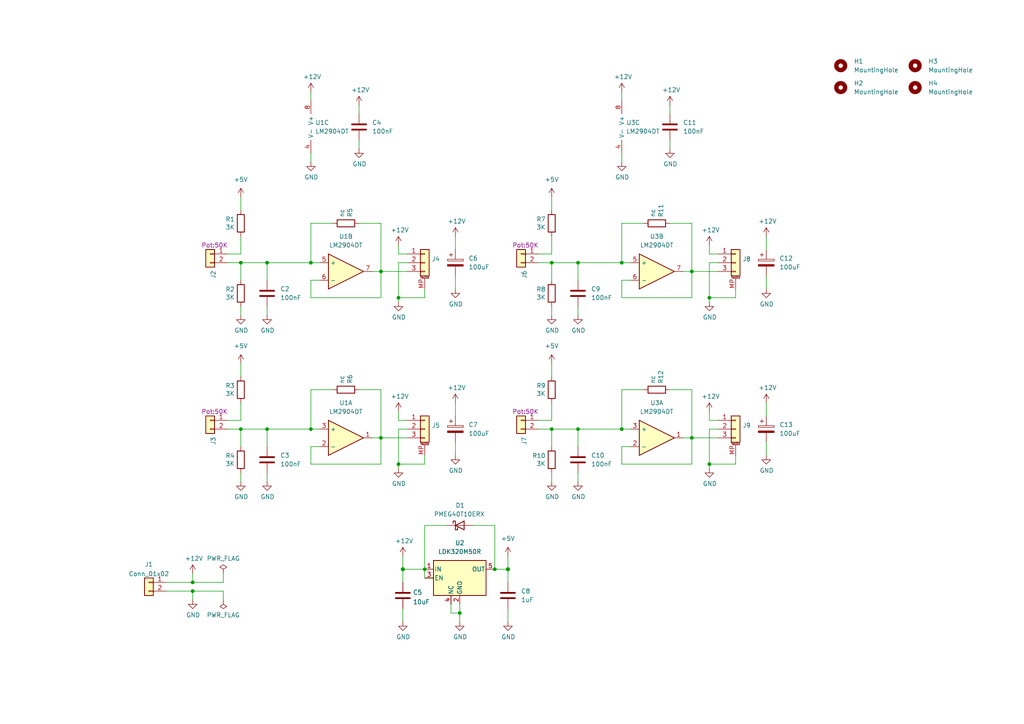
<source format=kicad_sch>
(kicad_sch (version 20211123) (generator eeschema)
  (paper "A4")
  (title_block (title "Mini Light Control") (date "2022-01-04") (rev "V1.0") (company "Antoine163"))
  (lib_symbols
    (symbol "AM163:LDK320M50R" (pin_names (offset 0.254))
      (property "Reference" "U" (at -3.81 5.715 0))
      (property "Value" "LDK320M50R" (at 0 5.715 0))
      (symbol "LDK320M50R_0_1"
        (rectangle (start -7.62 5.08) (end 7.62 -5.08) (stroke (width 0.254)) (fill (type background)))
      )
      (symbol "LDK320M50R_1_1"
        (pin power_in line (at -10.16 2.54 0) (length 2.54) (name "IN") (number "1"))
        (pin power_in line (at 0 -7.62 90) (length 2.54) (name "GND") (number "2"))
        (pin input line (at -10.16 0 0) (length 2.54) (name "EN") (number "3"))
        (pin free line (at -2.54 -7.62 90) (length 2.54) (name "NC") (number "4"))
        (pin power_out line (at 10.16 2.54 180) (length 2.54) (name "OUT") (number "5"))
      )
    )
    (symbol "Connector_Generic:Conn_01x02" (pin_names (offset 1.016) hide)
      (property "Reference" "J" (at 0 2.54 0))
      (property "Value" "Conn_01x02" (at 0 -5.08 0))
      (symbol "Conn_01x02_1_1"
        (rectangle (start -1.27 -2.413) (end 0 -2.667) (stroke (width 0.1524)))
        (rectangle (start -1.27 0.127) (end 0 -0.127) (stroke (width 0.1524)))
        (rectangle (start -1.27 1.27) (end 1.27 -3.81) (stroke (width 0.254)) (fill (type background)))
        (pin passive line (at -5.08 0 0) (length 3.81) (name "Pin_1") (number "1"))
        (pin passive line (at -5.08 -2.54 0) (length 3.81) (name "Pin_2") (number "2"))
      )
    )
    (symbol "Connector_Generic_MountingPin:Conn_01x03_MountingPin" (pin_names (offset 1.016) hide)
      (property "Reference" "J" (at 0 5.08 0))
      (property "Value" "Conn_01x03_MountingPin" (at 1.27 -5.08 0))
      (symbol "Conn_01x03_MountingPin_1_1"
        (rectangle (start -1.27 -2.413) (end 0 -2.667) (stroke (width 0.1524)))
        (rectangle (start -1.27 0.127) (end 0 -0.127) (stroke (width 0.1524)))
        (rectangle (start -1.27 2.667) (end 0 2.413) (stroke (width 0.1524)))
        (rectangle (start -1.27 3.81) (end 1.27 -3.81) (stroke (width 0.254)) (fill (type background)))
        (polyline (pts (xy -1.016 -4.572) (xy 1.016 -4.572)) (stroke (width 0.1524)))
        (text "Mounting" (at 0 -4.191 0) (effects (font (size 0.381 0.381))))
        (pin passive line (at -5.08 2.54 0) (length 3.81) (name "Pin_1") (number "1"))
        (pin passive line (at -5.08 0 0) (length 3.81) (name "Pin_2") (number "2"))
        (pin passive line (at -5.08 -2.54 0) (length 3.81) (name "Pin_3") (number "3"))
        (pin passive line (at 0 -7.62 90) (length 3.048) (name "MountPin") (number "MP"))
      )
    )
    (symbol "Device:C" (pin_numbers hide) (pin_names (offset 0.254))
      (property "Reference" "C" (at 0.635 2.54 0))
      (property "Value" "C" (at 0.635 -2.54 0))
      (symbol "C_0_1"
        (polyline (pts (xy -2.032 -0.762) (xy 2.032 -0.762)) (stroke (width 0.508)))
        (polyline (pts (xy -2.032 0.762) (xy 2.032 0.762)) (stroke (width 0.508)))
      )
      (symbol "C_1_1"
        (pin passive line (at 0 3.81 270) (length 2.794) (name "~") (number "1"))
        (pin passive line (at 0 -3.81 90) (length 2.794) (name "~") (number "2"))
      )
    )
    (symbol "Device:C_Polarized" (pin_numbers hide) (pin_names (offset 0.254))
      (property "Reference" "C" (at 0.635 2.54 0))
      (property "Value" "C_Polarized" (at 0.635 -2.54 0))
      (symbol "C_Polarized_0_1"
        (rectangle (start -2.286 0.508) (end 2.286 1.016))
        (polyline (pts (xy -1.778 2.286) (xy -0.762 2.286)))
        (polyline (pts (xy -1.27 2.794) (xy -1.27 1.778)))
        (rectangle (start 2.286 -0.508) (end -2.286 -1.016) (fill (type outline)))
      )
      (symbol "C_Polarized_1_1"
        (pin passive line (at 0 3.81 270) (length 2.794) (name "~") (number "1"))
        (pin passive line (at 0 -3.81 90) (length 2.794) (name "~") (number "2"))
      )
    )
    (symbol "Device:D_Schottky" (pin_numbers hide) (pin_names (offset 1.016) hide)
      (property "Reference" "D" (at 0 2.54 0))
      (property "Value" "D_Schottky" (at 0 -2.54 0))
      (symbol "D_Schottky_0_1"
        (polyline (pts (xy 1.27 0) (xy -1.27 0)))
        (polyline (pts (xy 1.27 1.27) (xy 1.27 -1.27) (xy -1.27 0) (xy 1.27 1.27)) (stroke (width 0.254)))
        (polyline (pts (xy -1.905 0.635) (xy -1.905 1.27) (xy -1.27 1.27) (xy -1.27 -1.27) (xy -0.635 -1.27) (xy -0.635 -0.635)) (stroke (width 0.254)))
      )
      (symbol "D_Schottky_1_1"
        (pin passive line (at -3.81 0 0) (length 2.54) (name "K") (number "1"))
        (pin passive line (at 3.81 0 180) (length 2.54) (name "A") (number "2"))
      )
    )
    (symbol "Device:Opamp_Dual"
      (property "Reference" "U" (at 0 5.08 0))
      (property "Value" "Opamp_Dual" (at 0 -5.08 0))
      (symbol "Opamp_Dual_1_1"
        (polyline (pts (xy -5.08 5.08) (xy 5.08 0) (xy -5.08 -5.08) (xy -5.08 5.08)) (stroke (width 0.254)) (fill (type background)))
        (pin output line (at 7.62 0 180) (length 2.54) (name "~") (number "1"))
        (pin input line (at -7.62 -2.54 0) (length 2.54) (name "-") (number "2"))
        (pin input line (at -7.62 2.54 0) (length 2.54) (name "+") (number "3"))
      )
      (symbol "Opamp_Dual_2_1"
        (polyline (pts (xy -5.08 5.08) (xy 5.08 0) (xy -5.08 -5.08) (xy -5.08 5.08)) (stroke (width 0.254)) (fill (type background)))
        (pin input line (at -7.62 2.54 0) (length 2.54) (name "+") (number "5"))
        (pin input line (at -7.62 -2.54 0) (length 2.54) (name "-") (number "6"))
        (pin output line (at 7.62 0 180) (length 2.54) (name "~") (number "7"))
      )
      (symbol "Opamp_Dual_3_1"
        (pin power_in line (at -2.54 -7.62 90) (length 3.81) (name "V-") (number "4"))
        (pin power_in line (at -2.54 7.62 270) (length 3.81) (name "V+") (number "8"))
      )
    )
    (symbol "Device:R" (pin_numbers hide) (pin_names (offset 0))
      (property "Reference" "R" (at 2.032 0 90))
      (property "Value" "R" (at 0 0 90))
      (symbol "R_0_1"
        (rectangle (start -1.016 -2.54) (end 1.016 2.54) (stroke (width 0.254)))
      )
      (symbol "R_1_1"
        (pin passive line (at 0 3.81 270) (length 1.27) (name "~") (number "1"))
        (pin passive line (at 0 -3.81 90) (length 1.27) (name "~") (number "2"))
      )
    )
    (symbol "Mechanical:MountingHole" (pin_names (offset 1.016))
      (property "Reference" "H" (at 0 5.08 0))
      (property "Value" "MountingHole" (at 0 3.175 0))
      (symbol "MountingHole_0_1"
        (circle (center 0 0) (radius 1.27) (stroke (width 1.27)))
      )
    )
    (symbol "power:+12V" (power) (pin_names (offset 0))
      (property "Value" "+12V" (at 0 3.556 0))
      (symbol "+12V_0_1"
        (polyline (pts (xy -0.762 1.27) (xy 0 2.54)))
        (polyline (pts (xy 0 0) (xy 0 2.54)))
        (polyline (pts (xy 0 2.54) (xy 0.762 1.27)))
      )
      (symbol "+12V_1_1"
        (pin power_in line (at 0 0 90) (length 0) hide (name "+12V") (number "1"))
      )
    )
    (symbol "power:+5V" (power) (pin_names (offset 0))
      (property "Value" "+5V" (at 0 3.556 0))
      (symbol "+5V_0_1"
        (polyline (pts (xy -0.762 1.27) (xy 0 2.54)))
        (polyline (pts (xy 0 0) (xy 0 2.54)))
        (polyline (pts (xy 0 2.54) (xy 0.762 1.27)))
      )
      (symbol "+5V_1_1"
        (pin power_in line (at 0 0 90) (length 0) hide (name "+5V") (number "1"))
      )
    )
    (symbol "power:GND" (power) (pin_names (offset 0))
      (property "Value" "GND" (at 0 -3.81 0))
      (symbol "GND_0_1"
        (polyline (pts (xy 0 0) (xy 0 -1.27) (xy 1.27 -1.27) (xy 0 -2.54) (xy -1.27 -1.27) (xy 0 -1.27)))
      )
      (symbol "GND_1_1"
        (pin power_in line (at 0 0 270) (length 0) hide (name "GND") (number "1"))
      )
    )
    (symbol "power:PWR_FLAG" (power) (pin_numbers hide) (pin_names (offset 0) hide)
      (property "Value" "PWR_FLAG" (at 0 3.81 0))
      (symbol "PWR_FLAG_0_0"
        (pin power_out line (at 0 0 90) (length 0) (name "pwr") (number "1"))
      )
      (symbol "PWR_FLAG_0_1"
        (polyline (pts (xy 0 0) (xy 0 1.27) (xy -1.016 1.905) (xy 0 2.54) (xy 1.016 1.905) (xy 0 1.27)))
      )
    )
  )
  (junction (at 77.47 76.2))
  (junction (at 55.88 171.45))
  (junction (at 205.74 134.62))
  (junction (at 160.02 124.46))
  (junction (at 180.34 76.2))
  (junction (at 90.17 76.2))
  (junction (at 115.57 134.62))
  (junction (at 180.34 124.46))
  (junction (at 69.85 76.2))
  (junction (at 167.64 76.2))
  (junction (at 110.49 78.74))
  (junction (at 133.35 177.8))
  (junction (at 123.19 165.1))
  (junction (at 160.02 76.2))
  (junction (at 143.51 165.1))
  (junction (at 147.32 165.1) (diameter 1.016))
  (junction (at 205.74 86.36))
  (junction (at 90.17 124.46))
  (junction (at 200.66 127))
  (junction (at 115.57 86.36))
  (junction (at 77.47 124.46))
  (junction (at 110.49 127))
  (junction (at 200.66 78.74))
  (junction (at 167.64 124.46))
  (junction (at 69.85 124.46))
  (junction (at 116.84 165.1) (diameter 1.016))
  (junction (at 55.88 168.91))
  (wire (pts (xy 110.49 78.74) (xy 118.11 78.74)))
  (wire (pts (xy 90.17 134.62) (xy 110.49 134.62)))
  (wire (pts (xy 118.11 124.46) (xy 115.57 124.46)))
  (wire (pts (xy 115.57 124.46) (xy 115.57 134.62)))
  (wire (pts (xy 115.57 134.62) (xy 115.57 135.89)))
  (wire (pts (xy 110.49 127) (xy 118.11 127)))
  (wire (pts (xy 180.34 86.36) (xy 200.66 86.36)))
  (wire (pts (xy 167.64 124.46) (xy 180.34 124.46)))
  (wire (pts (xy 180.34 76.2) (xy 182.88 76.2)))
  (wire (pts (xy 182.88 129.54) (xy 180.34 129.54)))
  (wire (pts (xy 208.28 124.46) (xy 205.74 124.46)))
  (wire (pts (xy 205.74 124.46) (xy 205.74 134.62)))
  (wire (pts (xy 205.74 134.62) (xy 205.74 135.89)))
  (wire (pts (xy 90.17 26.67) (xy 90.17 29.21)))
  (wire (pts (xy 66.04 76.2) (xy 69.85 76.2)))
  (wire (pts (xy 194.31 113.03) (xy 200.66 113.03)))
  (wire (pts (xy 180.34 134.62) (xy 200.66 134.62)))
  (wire (pts (xy 130.81 175.26) (xy 130.81 177.8)))
  (wire (pts (xy 130.81 177.8) (xy 133.35 177.8)))
  (wire (pts (xy 133.35 177.8) (xy 133.35 180.34)))
  (wire (pts (xy 160.02 73.66) (xy 156.21 73.66)))
  (wire (pts (xy 160.02 76.2) (xy 160.02 81.28)))
  (wire (pts (xy 92.71 129.54) (xy 90.17 129.54)))
  (wire (pts (xy 69.85 121.92) (xy 66.04 121.92)))
  (wire (pts (xy 48.26 171.45) (xy 55.88 171.45)))
  (wire (pts (xy 213.36 83.82) (xy 213.36 86.36)))
  (wire (pts (xy 213.36 86.36) (xy 205.74 86.36)))
  (wire (pts (xy 64.77 171.45) (xy 55.88 171.45)))
  (wire (pts (xy 64.77 173.99) (xy 64.77 171.45)))
  (wire (pts (xy 69.85 124.46) (xy 69.85 129.54)))
  (wire (pts (xy 180.34 129.54) (xy 180.34 134.62)))
  (wire (pts (xy 55.88 166.37) (xy 55.88 168.91)))
  (wire (pts (xy 96.52 113.03) (xy 90.17 113.03)))
  (wire (pts (xy 132.08 80.01) (xy 132.08 83.82)))
  (wire (pts (xy 133.35 175.26) (xy 133.35 177.8)))
  (wire (pts (xy 160.02 139.7) (xy 160.02 137.16)))
  (wire (pts (xy 123.19 167.64) (xy 123.19 165.1)))
  (wire (pts (xy 125.73 167.64) (xy 123.19 167.64)))
  (wire (pts (xy 90.17 81.28) (xy 90.17 86.36)))
  (wire (pts (xy 90.17 86.36) (xy 110.49 86.36)))
  (wire (pts (xy 92.71 81.28) (xy 90.17 81.28)))
  (wire (pts (xy 110.49 78.74) (xy 107.95 78.74)))
  (wire (pts (xy 110.49 86.36) (xy 110.49 78.74)))
  (wire (pts (xy 200.66 127) (xy 198.12 127)))
  (wire (pts (xy 222.25 116.84) (xy 222.25 120.65)))
  (wire (pts (xy 147.32 176.53) (xy 147.32 180.34)))
  (wire (pts (xy 104.14 113.03) (xy 110.49 113.03)))
  (wire (pts (xy 123.19 152.4) (xy 123.19 165.1)))
  (wire (pts (xy 129.54 152.4) (xy 123.19 152.4)))
  (wire (pts (xy 69.85 105.41) (xy 69.85 109.22)))
  (wire (pts (xy 208.28 76.2) (xy 205.74 76.2)))
  (wire (pts (xy 77.47 137.16) (xy 77.47 139.7)))
  (wire (pts (xy 69.85 91.44) (xy 69.85 88.9)))
  (wire (pts (xy 167.64 129.54) (xy 167.64 124.46)))
  (wire (pts (xy 167.64 88.9) (xy 167.64 91.44)))
  (wire (pts (xy 116.84 165.1) (xy 116.84 168.91)))
  (wire (pts (xy 123.19 165.1) (xy 116.84 165.1)))
  (wire (pts (xy 125.73 165.1) (xy 123.19 165.1)))
  (wire (pts (xy 180.34 64.77) (xy 180.34 76.2)))
  (wire (pts (xy 167.64 137.16) (xy 167.64 139.7)))
  (wire (pts (xy 116.84 161.29) (xy 116.84 165.1)))
  (wire (pts (xy 110.49 127) (xy 107.95 127)))
  (wire (pts (xy 200.66 64.77) (xy 200.66 78.74)))
  (wire (pts (xy 200.66 113.03) (xy 200.66 127)))
  (wire (pts (xy 90.17 124.46) (xy 92.71 124.46)))
  (wire (pts (xy 167.64 124.46) (xy 160.02 124.46)))
  (wire (pts (xy 66.04 124.46) (xy 69.85 124.46)))
  (wire (pts (xy 90.17 113.03) (xy 90.17 124.46)))
  (wire (pts (xy 200.66 78.74) (xy 198.12 78.74)))
  (wire (pts (xy 160.02 57.15) (xy 160.02 60.96)))
  (wire (pts (xy 104.14 40.64) (xy 104.14 43.18)))
  (wire (pts (xy 77.47 129.54) (xy 77.47 124.46)))
  (wire (pts (xy 200.66 134.62) (xy 200.66 127)))
  (wire (pts (xy 104.14 30.48) (xy 104.14 33.02)))
  (wire (pts (xy 115.57 121.92) (xy 115.57 119.38)))
  (wire (pts (xy 115.57 76.2) (xy 115.57 86.36)))
  (wire (pts (xy 115.57 86.36) (xy 115.57 87.63)))
  (wire (pts (xy 118.11 76.2) (xy 115.57 76.2)))
  (wire (pts (xy 160.02 105.41) (xy 160.02 109.22)))
  (wire (pts (xy 213.36 132.08) (xy 213.36 134.62)))
  (wire (pts (xy 213.36 134.62) (xy 205.74 134.62)))
  (wire (pts (xy 194.31 30.48) (xy 194.31 33.02)))
  (wire (pts (xy 55.88 168.91) (xy 64.77 168.91)))
  (wire (pts (xy 64.77 168.91) (xy 64.77 166.37)))
  (wire (pts (xy 69.85 76.2) (xy 69.85 81.28)))
  (wire (pts (xy 180.34 44.45) (xy 180.34 46.99)))
  (wire (pts (xy 167.64 81.28) (xy 167.64 76.2)))
  (wire (pts (xy 160.02 116.84) (xy 160.02 121.92)))
  (wire (pts (xy 132.08 116.84) (xy 132.08 120.65)))
  (wire (pts (xy 69.85 68.58) (xy 69.85 73.66)))
  (wire (pts (xy 69.85 73.66) (xy 66.04 73.66)))
  (wire (pts (xy 55.88 171.45) (xy 55.88 173.99)))
  (wire (pts (xy 118.11 121.92) (xy 115.57 121.92)))
  (wire (pts (xy 143.51 152.4) (xy 137.16 152.4)))
  (wire (pts (xy 143.51 165.1) (xy 143.51 152.4)))
  (wire (pts (xy 186.69 113.03) (xy 180.34 113.03)))
  (wire (pts (xy 205.74 73.66) (xy 205.74 71.12)))
  (wire (pts (xy 186.69 64.77) (xy 180.34 64.77)))
  (wire (pts (xy 180.34 26.67) (xy 180.34 29.21)))
  (wire (pts (xy 222.25 80.01) (xy 222.25 83.82)))
  (wire (pts (xy 180.34 81.28) (xy 180.34 86.36)))
  (wire (pts (xy 147.32 161.29) (xy 147.32 165.1)))
  (wire (pts (xy 208.28 121.92) (xy 205.74 121.92)))
  (wire (pts (xy 123.19 132.08) (xy 123.19 134.62)))
  (wire (pts (xy 123.19 134.62) (xy 115.57 134.62)))
  (wire (pts (xy 194.31 64.77) (xy 200.66 64.77)))
  (wire (pts (xy 200.66 78.74) (xy 208.28 78.74)))
  (wire (pts (xy 194.31 40.64) (xy 194.31 43.18)))
  (wire (pts (xy 90.17 64.77) (xy 90.17 76.2)))
  (wire (pts (xy 96.52 64.77) (xy 90.17 64.77)))
  (wire (pts (xy 69.85 57.15) (xy 69.85 60.96)))
  (wire (pts (xy 90.17 44.45) (xy 90.17 46.99)))
  (wire (pts (xy 116.84 176.53) (xy 116.84 180.34)))
  (wire (pts (xy 90.17 129.54) (xy 90.17 134.62)))
  (wire (pts (xy 160.02 91.44) (xy 160.02 88.9)))
  (wire (pts (xy 182.88 81.28) (xy 180.34 81.28)))
  (wire (pts (xy 160.02 121.92) (xy 156.21 121.92)))
  (wire (pts (xy 77.47 124.46) (xy 69.85 124.46)))
  (wire (pts (xy 160.02 124.46) (xy 160.02 129.54)))
  (wire (pts (xy 110.49 134.62) (xy 110.49 127)))
  (wire (pts (xy 123.19 83.82) (xy 123.19 86.36)))
  (wire (pts (xy 123.19 86.36) (xy 115.57 86.36)))
  (wire (pts (xy 167.64 76.2) (xy 160.02 76.2)))
  (wire (pts (xy 69.85 116.84) (xy 69.85 121.92)))
  (wire (pts (xy 48.26 168.91) (xy 55.88 168.91)))
  (wire (pts (xy 160.02 68.58) (xy 160.02 73.66)))
  (wire (pts (xy 200.66 86.36) (xy 200.66 78.74)))
  (wire (pts (xy 180.34 124.46) (xy 182.88 124.46)))
  (wire (pts (xy 69.85 139.7) (xy 69.85 137.16)))
  (wire (pts (xy 132.08 128.27) (xy 132.08 132.08)))
  (wire (pts (xy 205.74 121.92) (xy 205.74 119.38)))
  (wire (pts (xy 200.66 127) (xy 208.28 127)))
  (wire (pts (xy 222.25 68.58) (xy 222.25 72.39)))
  (wire (pts (xy 222.25 128.27) (xy 222.25 132.08)))
  (wire (pts (xy 77.47 88.9) (xy 77.47 91.44)))
  (wire (pts (xy 140.97 165.1) (xy 143.51 165.1)))
  (wire (pts (xy 143.51 165.1) (xy 147.32 165.1)))
  (wire (pts (xy 147.32 165.1) (xy 147.32 168.91)))
  (wire (pts (xy 110.49 113.03) (xy 110.49 127)))
  (wire (pts (xy 104.14 64.77) (xy 110.49 64.77)))
  (wire (pts (xy 110.49 64.77) (xy 110.49 78.74)))
  (wire (pts (xy 167.64 76.2) (xy 180.34 76.2)))
  (wire (pts (xy 208.28 73.66) (xy 205.74 73.66)))
  (wire (pts (xy 77.47 124.46) (xy 90.17 124.46)))
  (wire (pts (xy 156.21 124.46) (xy 160.02 124.46)))
  (wire (pts (xy 156.21 76.2) (xy 160.02 76.2)))
  (wire (pts (xy 77.47 76.2) (xy 69.85 76.2)))
  (wire (pts (xy 77.47 81.28) (xy 77.47 76.2)))
  (wire (pts (xy 180.34 113.03) (xy 180.34 124.46)))
  (wire (pts (xy 132.08 68.58) (xy 132.08 72.39)))
  (wire (pts (xy 205.74 76.2) (xy 205.74 86.36)))
  (wire (pts (xy 205.74 86.36) (xy 205.74 87.63)))
  (wire (pts (xy 77.47 76.2) (xy 90.17 76.2)))
  (wire (pts (xy 90.17 76.2) (xy 92.71 76.2)))
  (wire (pts (xy 115.57 73.66) (xy 115.57 71.12)))
  (wire (pts (xy 118.11 73.66) (xy 115.57 73.66)))
  (symbol (lib_id "power:GND") (at 55.88 173.99 0) (unit 1)
    (property "Reference" "#PWR02" (effects hide))
    (property "Value" "GND" (at 56.007 178.3842 0))
  )
  (symbol (lib_id "power:+12V") (at 55.88 166.37 0) (unit 1)
    (property "Reference" "#PWR01" (effects hide))
    (property "Value" "+12V" (at 56.261 161.9758 0))
  )
  (symbol (lib_id "power:PWR_FLAG") (at 64.77 166.37 0) (unit 1)
    (property "Reference" "#FLG01" (effects hide))
    (property "Value" "PWR_FLAG" (at 64.77 161.9758 0))
  )
  (symbol (lib_id "power:PWR_FLAG") (at 64.77 173.99 180) (unit 1)
    (property "Reference" "#FLG02" (effects hide))
    (property "Value" "PWR_FLAG" (at 64.77 178.3842 0))
  )
  (symbol (lib_id "Connector_Generic_MountingPin:Conn_01x03_MountingPin") (at 123.19 76.2 0) (unit 1)
    (property "Reference" "J4" (at 125.222 75.1332 0) (effects (justify left)))
    (property "Value" "Conn_01x03" (effects hide))
    (property "Footprint" "Connector_JST:JST_PH_S3B-PH-SM4-TB_1x03-1MP_P2.00mm_Horizontal" (effects hide))
    (property "Datasheet" "https://www.jst.fr/core/file.get?path=doc/jst/family/pdf/ePH.pdf" (effects hide))
    (property "Vendor" "JST:S3B-PH-SM4-TB" (effects hide))
  )
  (symbol (lib_id "Device:C") (at 77.47 133.35 0) (unit 1)
    (property "Reference" "C3" (at 81.28 132.0799 0) (effects (justify left)))
    (property "Value" "100nF" (at 81.28 134.6199 0) (effects (justify left)))
    (property "Footprint" "Capacitor_SMD:C_0402_1005Metric_Pad0.74x0.62mm_HandSolder" (effects hide))
  )
  (symbol (lib_id "Mechanical:MountingHole") (at 265.43 19.05 0) (unit 1)
    (property "Reference" "H3" (at 269.24 17.7799 0) (effects (justify left)))
    (property "Value" "MountingHole" (at 269.24 20.3199 0) (effects (justify left)))
    (property "Footprint" "MountingHole:MountingHole_3.2mm_M3" (effects hide))
  )
  (symbol (lib_id "power:+12V") (at 132.08 68.58 0) (unit 1)
    (property "Reference" "#PWR019" (effects hide))
    (property "Value" "+12V" (at 132.461 64.1858 0))
  )
  (symbol (lib_id "power:GND") (at 77.47 139.7 0) (unit 1)
    (property "Reference" "#PWR08" (effects hide))
    (property "Value" "GND" (at 77.597 144.0942 0))
  )
  (symbol (lib_id "Device:C") (at 167.64 85.09 0) (unit 1)
    (property "Reference" "C9" (at 171.45 83.8199 0) (effects (justify left)))
    (property "Value" "100nF" (at 171.45 86.3599 0) (effects (justify left)))
    (property "Footprint" "Capacitor_SMD:C_0402_1005Metric_Pad0.74x0.62mm_HandSolder" (effects hide))
  )
  (symbol (lib_id "Connector_Generic:Conn_01x02") (at 151.13 121.92 0) (mirror y) (unit 1)
    (property "Reference" "J7" (at 152.0444 126.6952 90) (effects (justify right)))
    (property "Value" "Conn_01x02" (effects hide))
    (property "Footprint" "Connector_JST:JST_PH_B2B-PH-K_1x02_P2.00mm_Vertical" (effects hide))
    (property "Datasheet" "https://www.jst.fr/core/file.get?path=doc/jst/family/pdf/ePH.pdf" (effects hide))
    (property "Vendor" "JST:B2B-PH-K-S" (effects hide))
    (property "Field5" "Pot:50K" (at 152.4 119.38 0))
  )
  (symbol (lib_id "Device:Opamp_Dual") (at 182.88 36.83 0) (unit 3)
    (property "Reference" "U3" (at 181.61 35.56 0) (effects (justify left)))
    (property "Value" "LM2904DT" (at 181.61 38.1 0) (effects (justify left)))
    (property "Footprint" "Package_SO:SOIC-8_3.9x4.9mm_P1.27mm" (effects hide))
    (property "Datasheet" "https://www.st.com/resource/en/datasheet/lm2904.pdf" (effects hide))
    (property "Vendor" "ST:LM2904DT" (effects hide))
  )
  (symbol (lib_id "power:+5V") (at 69.85 57.15 0) (unit 1)
    (property "Reference" "#PWR0102" (effects hide))
    (property "Value" "+5V" (at 69.85 52.07 0))
  )
  (symbol (lib_id "Device:Opamp_Dual") (at 190.5 127 0) (unit 1)
    (property "Reference" "U3" (at 190.5 116.84 0))
    (property "Value" "LM2904DT" (at 190.5 119.38 0))
    (property "Footprint" "Package_SO:SOIC-8_3.9x4.9mm_P1.27mm" (effects hide))
    (property "Datasheet" "https://www.st.com/resource/en/datasheet/lm2904.pdf" (effects hide))
    (property "Vendor" "ST:LM2904DT" (effects hide))
  )
  (symbol (lib_id "Device:D_Schottky") (at 133.35 152.4 0) (unit 1)
    (property "Reference" "D1" (at 133.4516 146.5834 0))
    (property "Value" "PMEG40T10ERX" (at 133.223 149.1234 0))
    (property "Footprint" "Diode_SMD:Nexperia_CFP3_SOD-123W" (effects hide))
    (property "Datasheet" "https://assets.nexperia.com/documents/data-sheet/PMEG40T10ER.pdf" (effects hide))
    (property "Vendor" "Nexperia:PMEG40T10ERX" (effects hide))
  )
  (symbol (lib_id "Device:Opamp_Dual") (at 190.5 78.74 0) (unit 2)
    (property "Reference" "U3" (at 190.5 68.58 0))
    (property "Value" "LM2904DT" (at 190.5 71.12 0))
    (property "Footprint" "Package_SO:SOIC-8_3.9x4.9mm_P1.27mm" (effects hide))
    (property "Datasheet" "https://www.st.com/resource/en/datasheet/lm2904.pdf" (effects hide))
    (property "Vendor" "ST:LM2904DT" (effects hide))
  )
  (symbol (lib_id "power:GND") (at 167.64 139.7 0) (unit 1)
    (property "Reference" "#PWR031" (effects hide))
    (property "Value" "GND" (at 167.767 144.0942 0))
  )
  (symbol (lib_id "power:GND") (at 222.25 132.08 0) (unit 1)
    (property "Reference" "#PWR043" (effects hide))
    (property "Value" "GND" (at 222.377 136.4742 0))
  )
  (symbol (lib_id "power:+12V") (at 116.84 161.29 0) (unit 1)
    (property "Reference" "#PWR017" (effects hide))
    (property "Value" "+12V" (at 117.221 156.8958 0))
  )
  (symbol (lib_id "power:+12V") (at 104.14 30.48 0) (unit 1)
    (property "Reference" "#PWR011" (effects hide))
    (property "Value" "+12V" (at 104.521 26.0858 0))
  )
  (symbol (lib_id "Connector_Generic:Conn_01x02") (at 151.13 73.66 0) (mirror y) (unit 1)
    (property "Reference" "J6" (at 152.0444 78.4352 90) (effects (justify right)))
    (property "Value" "Conn_01x02" (effects hide))
    (property "Footprint" "Connector_JST:JST_PH_B2B-PH-K_1x02_P2.00mm_Vertical" (effects hide))
    (property "Datasheet" "https://www.jst.fr/core/file.get?path=doc/jst/family/pdf/ePH.pdf" (effects hide))
    (property "Vendor" "JST:B2B-PH-K-S" (effects hide))
    (property "Field5" "Pot:50K" (at 152.4 71.12 0))
  )
  (symbol (lib_id "power:+5V") (at 160.02 57.15 0) (unit 1)
    (property "Reference" "#PWR0105" (effects hide))
    (property "Value" "+5V" (at 160.02 52.07 0))
  )
  (symbol (lib_id "Mechanical:MountingHole") (at 243.84 25.4 0) (unit 1)
    (property "Reference" "H2" (at 247.65 24.1299 0) (effects (justify left)))
    (property "Value" "MountingHole" (at 247.65 26.6699 0) (effects (justify left)))
    (property "Footprint" "MountingHole:MountingHole_3.2mm_M3" (effects hide))
  )
  (symbol (lib_id "power:+12V") (at 194.31 30.48 0) (unit 1)
    (property "Reference" "#PWR034" (effects hide))
    (property "Value" "+12V" (at 194.691 26.0858 0))
  )
  (symbol (lib_id "Device:R") (at 160.02 64.77 0) (mirror x) (unit 1)
    (property "Reference" "R7" (at 158.2674 63.6016 0) (effects (justify right)))
    (property "Value" "3K" (at 158.2674 65.913 0) (effects (justify right)))
    (property "Footprint" "Resistor_SMD:R_0402_1005Metric_Pad0.72x0.64mm_HandSolder" (effects hide))
  )
  (symbol (lib_id "power:GND") (at 69.85 91.44 0) (unit 1)
    (property "Reference" "#PWR04" (effects hide))
    (property "Value" "GND" (at 69.977 95.8342 0))
  )
  (symbol (lib_id "power:+5V") (at 147.32 161.29 0) (unit 1)
    (property "Reference" "#PWR0103" (effects hide))
    (property "Value" "+5V" (at 147.32 156.21 0))
  )
  (symbol (lib_id "power:GND") (at 222.25 83.82 0) (unit 1)
    (property "Reference" "#PWR041" (effects hide))
    (property "Value" "GND" (at 222.377 88.2142 0))
  )
  (symbol (lib_id "Device:R") (at 100.33 64.77 90) (mirror x) (unit 1)
    (property "Reference" "R5" (at 101.4984 63.0174 0) (effects (justify right)))
    (property "Value" "nc" (at 99.187 63.0174 0) (effects (justify right)))
    (property "Footprint" "Resistor_SMD:R_0402_1005Metric_Pad0.72x0.64mm_HandSolder" (effects hide))
  )
  (symbol (lib_id "Device:C_Polarized") (at 222.25 124.46 0) (unit 1)
    (property "Reference" "C13" (at 226.06 123.1899 0) (effects (justify left)))
    (property "Value" "100uF" (at 226.06 125.7299 0) (effects (justify left)))
    (property "Footprint" "Capacitor_SMD:CP_Elec_6.3x7.7" (effects hide))
    (property "Datasheet" "https://www.farnell.com/datasheets/3486024.pdf" (effects hide))
    (property "Vendor" "multicomp:MCVVT025M101EA6L" (effects hide))
  )
  (symbol (lib_id "power:+5V") (at 69.85 105.41 0) (unit 1)
    (property "Reference" "#PWR0101" (effects hide))
    (property "Value" "+5V" (at 69.85 100.33 0))
  )
  (symbol (lib_id "Device:C") (at 116.84 172.72 0) (unit 1)
    (property "Reference" "C5" (at 119.7611 171.8115 0) (effects (justify left)))
    (property "Value" "10uF" (at 119.7611 174.5866 0) (effects (justify left)))
    (property "Footprint" "Capacitor_SMD:C_0805_2012Metric_Pad1.18x1.45mm_HandSolder" (effects hide))
  )
  (symbol (lib_id "Mechanical:MountingHole") (at 265.43 25.4 0) (unit 1)
    (property "Reference" "H4" (at 269.24 24.1299 0) (effects (justify left)))
    (property "Value" "MountingHole" (at 269.24 26.6699 0) (effects (justify left)))
    (property "Footprint" "MountingHole:MountingHole_3.2mm_M3" (effects hide))
  )
  (symbol (lib_id "Device:C_Polarized") (at 132.08 76.2 0) (unit 1)
    (property "Reference" "C6" (at 135.89 74.9299 0) (effects (justify left)))
    (property "Value" "100uF" (at 135.89 77.4699 0) (effects (justify left)))
    (property "Footprint" "Capacitor_SMD:CP_Elec_6.3x7.7" (effects hide))
    (property "Datasheet" "https://www.farnell.com/datasheets/3486024.pdf" (effects hide))
    (property "Vendor" "multicomp:MCVVT025M101EA6L" (effects hide))
  )
  (symbol (lib_id "Device:Opamp_Dual") (at 92.71 36.83 0) (unit 3)
    (property "Reference" "U1" (at 91.44 35.56 0) (effects (justify left)))
    (property "Value" "LM2904DT" (at 91.44 38.1 0) (effects (justify left)))
    (property "Footprint" "Package_SO:SOIC-8_3.9x4.9mm_P1.27mm" (effects hide))
    (property "Datasheet" "https://www.st.com/resource/en/datasheet/lm2904.pdf" (effects hide))
    (property "Vendor" "ST:LM2904DT" (effects hide))
  )
  (symbol (lib_id "Device:C") (at 194.31 36.83 0) (unit 1)
    (property "Reference" "C11" (at 198.12 35.5599 0) (effects (justify left)))
    (property "Value" "100nF" (at 198.12 38.0999 0) (effects (justify left)))
    (property "Footprint" "Capacitor_SMD:C_0402_1005Metric_Pad0.74x0.62mm_HandSolder" (effects hide))
  )
  (symbol (lib_id "power:GND") (at 116.84 180.34 0) (unit 1)
    (property "Reference" "#PWR018" (effects hide))
    (property "Value" "GND" (at 116.967 184.7342 0))
  )
  (symbol (lib_id "power:GND") (at 90.17 46.99 0) (unit 1)
    (property "Reference" "#PWR010" (effects hide))
    (property "Value" "GND" (at 90.297 51.3842 0))
  )
  (symbol (lib_id "power:GND") (at 133.35 180.34 0) (unit 1)
    (property "Reference" "#PWR023" (effects hide))
    (property "Value" "GND" (at 133.477 184.7342 0))
  )
  (symbol (lib_id "power:GND") (at 77.47 91.44 0) (unit 1)
    (property "Reference" "#PWR07" (effects hide))
    (property "Value" "GND" (at 77.597 95.8342 0))
  )
  (symbol (lib_id "power:+12V") (at 132.08 116.84 0) (unit 1)
    (property "Reference" "#PWR021" (effects hide))
    (property "Value" "+12V" (at 132.461 112.4458 0))
  )
  (symbol (lib_id "power:GND") (at 69.85 139.7 0) (unit 1)
    (property "Reference" "#PWR06" (effects hide))
    (property "Value" "GND" (at 69.977 144.0942 0))
  )
  (symbol (lib_id "Connector_Generic:Conn_01x02") (at 60.96 73.66 0) (mirror y) (unit 1)
    (property "Reference" "J2" (at 61.8744 78.4352 90) (effects (justify right)))
    (property "Value" "Conn_01x02" (effects hide))
    (property "Footprint" "Connector_JST:JST_PH_B2B-PH-K_1x02_P2.00mm_Vertical" (effects hide))
    (property "Datasheet" "https://www.jst.fr/core/file.get?path=doc/jst/family/pdf/ePH.pdf" (effects hide))
    (property "Vendor" "JST:B2B-PH-K-S" (effects hide))
    (property "Field5" "Pot:50K" (at 62.23 71.12 0))
  )
  (symbol (lib_id "Device:R") (at 190.5 113.03 90) (mirror x) (unit 1)
    (property "Reference" "R12" (at 191.6684 111.2774 0) (effects (justify right)))
    (property "Value" "nc" (at 189.357 111.2774 0) (effects (justify right)))
    (property "Footprint" "Resistor_SMD:R_0402_1005Metric_Pad0.72x0.64mm_HandSolder" (effects hide))
  )
  (symbol (lib_id "power:GND") (at 132.08 132.08 0) (unit 1)
    (property "Reference" "#PWR022" (effects hide))
    (property "Value" "GND" (at 132.207 136.4742 0))
  )
  (symbol (lib_id "power:+12V") (at 205.74 71.12 0) (unit 1)
    (property "Reference" "#PWR036" (effects hide))
    (property "Value" "+12V" (at 206.121 66.7258 0))
  )
  (symbol (lib_id "power:+12V") (at 222.25 68.58 0) (unit 1)
    (property "Reference" "#PWR040" (effects hide))
    (property "Value" "+12V" (at 222.631 64.1858 0))
  )
  (symbol (lib_id "Connector_Generic_MountingPin:Conn_01x03_MountingPin") (at 213.36 76.2 0) (unit 1)
    (property "Reference" "J8" (at 215.392 75.1332 0) (effects (justify left)))
    (property "Value" "Conn_01x03" (effects hide))
    (property "Footprint" "Connector_JST:JST_PH_S3B-PH-SM4-TB_1x03-1MP_P2.00mm_Horizontal" (effects hide))
    (property "Vendor" "JST:S3B-PH-SM4-TB" (effects hide))
  )
  (symbol (lib_id "Connector_Generic:Conn_01x02") (at 43.18 168.91 0) (mirror y) (unit 1)
    (property "Reference" "J1" (at 43.18 163.6735 0))
    (property "Value" "Conn_01x02" (at 43.18 166.4486 0))
    (property "Footprint" "Connector_JST:JST_PH_B2B-PH-K_1x02_P2.00mm_Vertical" (effects hide))
    (property "Datasheet" "https://www.jst.fr/core/file.get?path=doc/jst/family/pdf/ePH.pdf" (effects hide))
    (property "Vendor" "JST:B2B-PH-K-S" (effects hide))
  )
  (symbol (lib_id "Device:R") (at 69.85 64.77 0) (mirror x) (unit 1)
    (property "Reference" "R1" (at 68.0974 63.6016 0) (effects (justify right)))
    (property "Value" "3K" (at 68.0974 65.913 0) (effects (justify right)))
    (property "Footprint" "Resistor_SMD:R_0402_1005Metric_Pad0.72x0.64mm_HandSolder" (effects hide))
  )
  (symbol (lib_id "Device:R") (at 160.02 113.03 0) (mirror x) (unit 1)
    (property "Reference" "R9" (at 158.2674 111.8616 0) (effects (justify right)))
    (property "Value" "3K" (at 158.2674 114.173 0) (effects (justify right)))
    (property "Footprint" "Resistor_SMD:R_0402_1005Metric_Pad0.72x0.64mm_HandSolder" (effects hide))
  )
  (symbol (lib_id "power:GND") (at 205.74 87.63 0) (unit 1)
    (property "Reference" "#PWR037" (effects hide))
    (property "Value" "GND" (at 205.867 92.0242 0))
  )
  (symbol (lib_id "Device:R") (at 190.5 64.77 90) (mirror x) (unit 1)
    (property "Reference" "R11" (at 191.6684 63.0174 0) (effects (justify right)))
    (property "Value" "nc" (at 189.357 63.0174 0) (effects (justify right)))
    (property "Footprint" "Resistor_SMD:R_0402_1005Metric_Pad0.72x0.64mm_HandSolder" (effects hide))
  )
  (symbol (lib_id "power:GND") (at 104.14 43.18 0) (unit 1)
    (property "Reference" "#PWR012" (effects hide))
    (property "Value" "GND" (at 104.267 47.5742 0))
  )
  (symbol (lib_id "power:GND") (at 115.57 135.89 0) (unit 1)
    (property "Reference" "#PWR016" (effects hide))
    (property "Value" "GND" (at 115.697 140.2842 0))
  )
  (symbol (lib_id "power:GND") (at 180.34 46.99 0) (unit 1)
    (property "Reference" "#PWR033" (effects hide))
    (property "Value" "GND" (at 180.467 51.3842 0))
  )
  (symbol (lib_id "Device:Opamp_Dual") (at 100.33 78.74 0) (unit 2)
    (property "Reference" "U1" (at 100.33 68.58 0))
    (property "Value" "LM2904DT" (at 100.33 71.12 0))
    (property "Footprint" "Package_SO:SOIC-8_3.9x4.9mm_P1.27mm" (effects hide))
    (property "Datasheet" "https://www.st.com/resource/en/datasheet/lm2904.pdf" (effects hide))
    (property "Vendor" "ST:LM2904DT" (effects hide))
  )
  (symbol (lib_id "Device:C_Polarized") (at 222.25 76.2 0) (unit 1)
    (property "Reference" "C12" (at 226.06 74.9299 0) (effects (justify left)))
    (property "Value" "100uF" (at 226.06 77.4699 0) (effects (justify left)))
    (property "Footprint" "Capacitor_SMD:CP_Elec_6.3x7.7" (effects hide))
    (property "Datasheet" "https://www.farnell.com/datasheets/3486024.pdf" (effects hide))
    (property "Vendor" "multicomp:MCVVT025M101EA6L" (effects hide))
  )
  (symbol (lib_id "Device:C") (at 167.64 133.35 0) (unit 1)
    (property "Reference" "C10" (at 171.45 132.0799 0) (effects (justify left)))
    (property "Value" "100nF" (at 171.45 134.6199 0) (effects (justify left)))
    (property "Footprint" "Capacitor_SMD:C_0402_1005Metric_Pad0.74x0.62mm_HandSolder" (effects hide))
  )
  (symbol (lib_id "Device:R") (at 69.85 133.35 0) (mirror x) (unit 1)
    (property "Reference" "R4" (at 68.0974 132.1816 0) (effects (justify right)))
    (property "Value" "3K" (at 68.0974 134.493 0) (effects (justify right)))
    (property "Footprint" "Resistor_SMD:R_0402_1005Metric_Pad0.72x0.64mm_HandSolder" (effects hide))
  )
  (symbol (lib_id "power:GND") (at 205.74 135.89 0) (unit 1)
    (property "Reference" "#PWR039" (effects hide))
    (property "Value" "GND" (at 205.867 140.2842 0))
  )
  (symbol (lib_id "power:+12V") (at 115.57 71.12 0) (unit 1)
    (property "Reference" "#PWR013" (effects hide))
    (property "Value" "+12V" (at 115.951 66.7258 0))
  )
  (symbol (lib_id "power:GND") (at 160.02 139.7 0) (unit 1)
    (property "Reference" "#PWR029" (effects hide))
    (property "Value" "GND" (at 160.147 144.0942 0))
  )
  (symbol (lib_id "Device:Opamp_Dual") (at 100.33 127 0) (unit 1)
    (property "Reference" "U1" (at 100.33 116.84 0))
    (property "Value" "LM2904DT" (at 100.33 119.38 0))
    (property "Footprint" "Package_SO:SOIC-8_3.9x4.9mm_P1.27mm" (effects hide))
    (property "Datasheet" "https://www.st.com/resource/en/datasheet/lm2904.pdf" (effects hide))
    (property "Vendor" "ST:LM2904DT" (effects hide))
  )
  (symbol (lib_id "power:+5V") (at 160.02 105.41 0) (unit 1)
    (property "Reference" "#PWR0104" (effects hide))
    (property "Value" "+5V" (at 160.02 100.33 0))
  )
  (symbol (lib_id "Mechanical:MountingHole") (at 243.84 19.05 0) (unit 1)
    (property "Reference" "H1" (at 247.65 17.7799 0) (effects (justify left)))
    (property "Value" "MountingHole" (at 247.65 20.3199 0) (effects (justify left)))
    (property "Footprint" "MountingHole:MountingHole_3.2mm_M3" (effects hide))
  )
  (symbol (lib_id "power:+12V") (at 90.17 26.67 0) (unit 1)
    (property "Reference" "#PWR09" (effects hide))
    (property "Value" "+12V" (at 90.551 22.2758 0))
  )
  (symbol (lib_id "Device:C_Polarized") (at 132.08 124.46 0) (unit 1)
    (property "Reference" "C7" (at 135.89 123.1899 0) (effects (justify left)))
    (property "Value" "100uF" (at 135.89 125.7299 0) (effects (justify left)))
    (property "Footprint" "Capacitor_SMD:CP_Elec_6.3x7.7" (effects hide))
    (property "Datasheet" "https://www.farnell.com/datasheets/3486024.pdf" (effects hide))
    (property "Vendor" "multicomp:MCVVT025M101EA6L" (effects hide))
  )
  (symbol (lib_id "power:GND") (at 147.32 180.34 0) (unit 1)
    (property "Reference" "#PWR025" (effects hide))
    (property "Value" "GND" (at 147.447 184.7342 0))
  )
  (symbol (lib_id "Device:C") (at 77.47 85.09 0) (unit 1)
    (property "Reference" "C2" (at 81.28 83.8199 0) (effects (justify left)))
    (property "Value" "100nF" (at 81.28 86.3599 0) (effects (justify left)))
    (property "Footprint" "Capacitor_SMD:C_0402_1005Metric_Pad0.74x0.62mm_HandSolder" (effects hide))
  )
  (symbol (lib_id "AM163:LDK320M50R") (at 133.35 167.64 0) (unit 1)
    (property "Reference" "U2" (at 133.35 157.48 0))
    (property "Value" "LDK320M50R" (at 133.35 160.02 0))
    (property "Footprint" "Package_TO_SOT_SMD:SOT-23-5" (effects hide))
    (property "Datasheet" "https://www.st.com/resource/en/datasheet/ldk320.pdf" (effects hide))
    (property "Vendor" "ST:LDK320M50R" (effects hide))
  )
  (symbol (lib_id "power:GND") (at 132.08 83.82 0) (unit 1)
    (property "Reference" "#PWR020" (effects hide))
    (property "Value" "GND" (at 132.207 88.2142 0))
  )
  (symbol (lib_id "Device:R") (at 100.33 113.03 90) (mirror x) (unit 1)
    (property "Reference" "R6" (at 101.4984 111.2774 0) (effects (justify right)))
    (property "Value" "nc" (at 99.187 111.2774 0) (effects (justify right)))
    (property "Footprint" "Resistor_SMD:R_0402_1005Metric_Pad0.72x0.64mm_HandSolder" (effects hide))
  )
  (symbol (lib_id "Connector_Generic_MountingPin:Conn_01x03_MountingPin") (at 213.36 124.46 0) (unit 1)
    (property "Reference" "J9" (at 215.392 123.3932 0) (effects (justify left)))
    (property "Value" "Conn_01x03" (effects hide))
    (property "Footprint" "Connector_JST:JST_PH_S3B-PH-SM4-TB_1x03-1MP_P2.00mm_Horizontal" (effects hide))
    (property "Vendor" "JST:S3B-PH-SM4-TB" (effects hide))
  )
  (symbol (lib_id "power:GND") (at 194.31 43.18 0) (unit 1)
    (property "Reference" "#PWR035" (effects hide))
    (property "Value" "GND" (at 194.437 47.5742 0))
  )
  (symbol (lib_id "Device:C") (at 104.14 36.83 0) (unit 1)
    (property "Reference" "C4" (at 107.95 35.5599 0) (effects (justify left)))
    (property "Value" "100nF" (at 107.95 38.0999 0) (effects (justify left)))
    (property "Footprint" "Capacitor_SMD:C_0402_1005Metric_Pad0.74x0.62mm_HandSolder" (effects hide))
  )
  (symbol (lib_id "power:+12V") (at 205.74 119.38 0) (unit 1)
    (property "Reference" "#PWR038" (effects hide))
    (property "Value" "+12V" (at 206.121 114.9858 0))
  )
  (symbol (lib_id "Device:R") (at 160.02 133.35 0) (mirror x) (unit 1)
    (property "Reference" "R10" (at 158.2674 132.1816 0) (effects (justify right)))
    (property "Value" "3K" (at 158.2674 134.493 0) (effects (justify right)))
    (property "Footprint" "Resistor_SMD:R_0402_1005Metric_Pad0.72x0.64mm_HandSolder" (effects hide))
  )
  (symbol (lib_id "Connector_Generic_MountingPin:Conn_01x03_MountingPin") (at 123.19 124.46 0) (unit 1)
    (property "Reference" "J5" (at 125.222 123.3932 0) (effects (justify left)))
    (property "Value" "Conn_01x03" (effects hide))
    (property "Footprint" "Connector_JST:JST_PH_S3B-PH-SM4-TB_1x03-1MP_P2.00mm_Horizontal" (effects hide))
    (property "Vendor" "JST:S3B-PH-SM4-TB" (effects hide))
  )
  (symbol (lib_id "Device:R") (at 69.85 85.09 0) (mirror x) (unit 1)
    (property "Reference" "R2" (at 68.0974 83.9216 0) (effects (justify right)))
    (property "Value" "3K" (at 68.0974 86.233 0) (effects (justify right)))
    (property "Footprint" "Resistor_SMD:R_0402_1005Metric_Pad0.72x0.64mm_HandSolder" (effects hide))
  )
  (symbol (lib_id "Device:R") (at 69.85 113.03 0) (mirror x) (unit 1)
    (property "Reference" "R3" (at 68.0974 111.8616 0) (effects (justify right)))
    (property "Value" "3K" (at 68.0974 114.173 0) (effects (justify right)))
    (property "Footprint" "Resistor_SMD:R_0402_1005Metric_Pad0.72x0.64mm_HandSolder" (effects hide))
  )
  (symbol (lib_id "power:+12V") (at 180.34 26.67 0) (unit 1)
    (property "Reference" "#PWR032" (effects hide))
    (property "Value" "+12V" (at 180.721 22.2758 0))
  )
  (symbol (lib_id "Device:R") (at 160.02 85.09 0) (mirror x) (unit 1)
    (property "Reference" "R8" (at 158.2674 83.9216 0) (effects (justify right)))
    (property "Value" "3K" (at 158.2674 86.233 0) (effects (justify right)))
    (property "Footprint" "Resistor_SMD:R_0402_1005Metric_Pad0.72x0.64mm_HandSolder" (effects hide))
  )
  (symbol (lib_id "power:GND") (at 115.57 87.63 0) (unit 1)
    (property "Reference" "#PWR014" (effects hide))
    (property "Value" "GND" (at 115.697 92.0242 0))
  )
  (symbol (lib_id "power:GND") (at 167.64 91.44 0) (unit 1)
    (property "Reference" "#PWR030" (effects hide))
    (property "Value" "GND" (at 167.767 95.8342 0))
  )
  (symbol (lib_id "power:+12V") (at 222.25 116.84 0) (unit 1)
    (property "Reference" "#PWR042" (effects hide))
    (property "Value" "+12V" (at 222.631 112.4458 0))
  )
  (symbol (lib_id "Device:C") (at 147.32 172.72 0) (unit 1)
    (property "Reference" "C8" (at 151.13 171.4499 0) (effects (justify left)))
    (property "Value" "1uF" (at 151.13 173.9899 0) (effects (justify left)))
    (property "Footprint" "Capacitor_SMD:C_0603_1608Metric_Pad1.08x0.95mm_HandSolder" (effects hide))
  )
  (symbol (lib_id "Connector_Generic:Conn_01x02") (at 60.96 121.92 0) (mirror y) (unit 1)
    (property "Reference" "J3" (at 61.8744 126.6952 90) (effects (justify right)))
    (property "Value" "Conn_01x02" (effects hide))
    (property "Footprint" "Connector_JST:JST_PH_B2B-PH-K_1x02_P2.00mm_Vertical" (effects hide))
    (property "Datasheet" "https://www.jst.fr/core/file.get?path=doc/jst/family/pdf/ePH.pdf" (effects hide))
    (property "Vendor" "JST:B2B-PH-K-S" (effects hide))
    (property "Field5" "Pot:50K" (at 62.23 119.38 0))
  )
  (symbol (lib_id "power:GND") (at 160.02 91.44 0) (unit 1)
    (property "Reference" "#PWR027" (effects hide))
    (property "Value" "GND" (at 160.147 95.8342 0))
  )
  (symbol (lib_id "power:+12V") (at 115.57 119.38 0) (unit 1)
    (property "Reference" "#PWR015" (effects hide))
    (property "Value" "+12V" (at 115.951 114.9858 0))
  )
)
</source>
